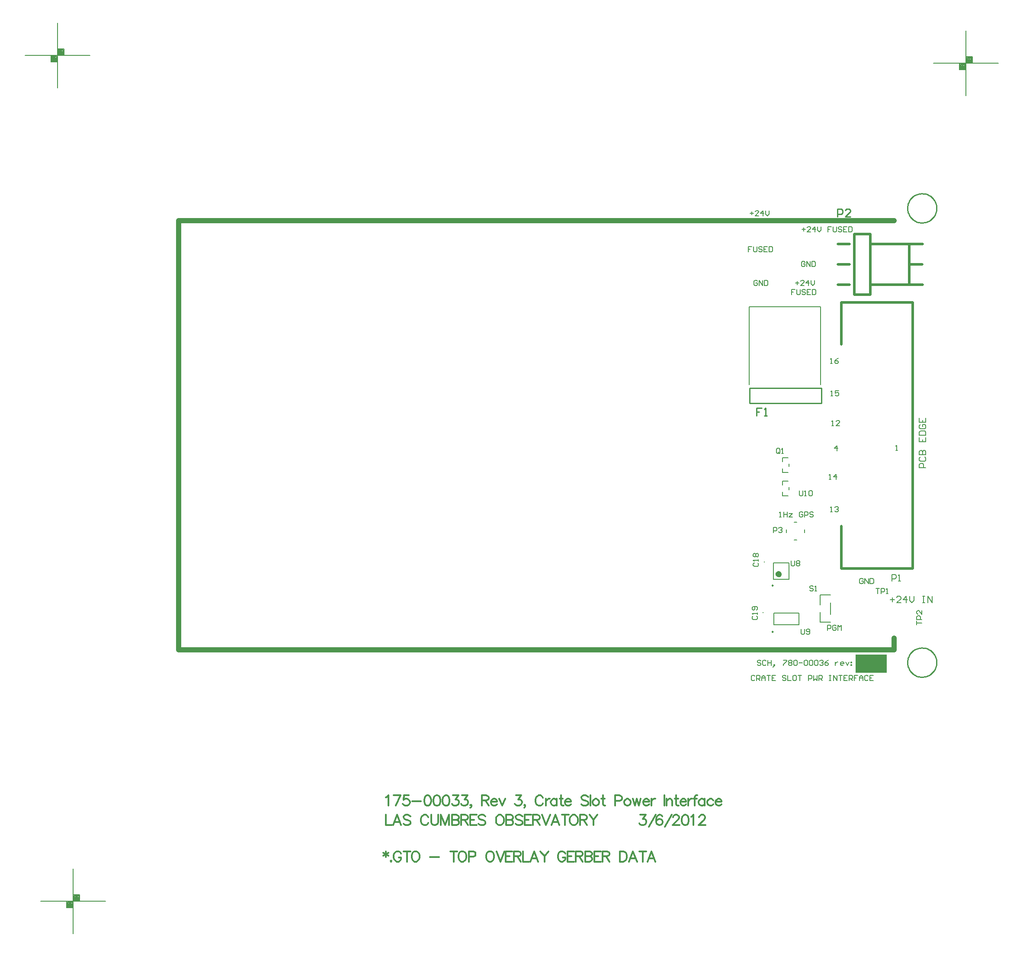
<source format=gto>
%FSLAX23Y23*%
%MOIN*%
G70*
G01*
G75*
G04 Layer_Color=65535*
%ADD10R,0.036X0.036*%
%ADD11R,0.050X0.050*%
%ADD12R,0.070X0.135*%
%ADD13R,0.059X0.039*%
%ADD14O,0.014X0.067*%
%ADD15R,0.135X0.070*%
%ADD16O,0.024X0.079*%
%ADD17C,0.010*%
%ADD18C,0.020*%
%ADD19C,0.050*%
%ADD20C,0.040*%
%ADD21C,0.012*%
%ADD22R,1.537X0.079*%
%ADD23R,0.221X0.226*%
%ADD24R,0.221X0.236*%
%ADD25C,0.008*%
%ADD26C,0.012*%
%ADD27C,0.012*%
%ADD28C,0.220*%
%ADD29C,0.120*%
%ADD30C,0.060*%
%ADD31R,0.120X0.120*%
%ADD32C,0.055*%
%ADD33C,0.080*%
%ADD34C,0.065*%
%ADD35C,0.059*%
%ADD36C,0.079*%
%ADD37C,0.157*%
%ADD38C,0.020*%
%ADD39C,0.030*%
%ADD40C,0.050*%
%ADD41C,0.024*%
%ADD42C,0.032*%
%ADD43C,0.206*%
%ADD44C,0.110*%
%ADD45C,0.076*%
%ADD46C,0.073*%
%ADD47C,0.092*%
%ADD48C,0.190*%
%ADD49C,0.087*%
%ADD50C,0.055*%
%ADD51C,0.068*%
%ADD52R,0.268X0.272*%
%ADD53R,0.037X0.075*%
%ADD54C,0.007*%
%ADD55R,0.221X0.246*%
%ADD56R,0.221X0.217*%
%ADD57C,0.010*%
%ADD58C,0.010*%
%ADD59C,0.024*%
%ADD60C,0.005*%
%ADD61C,0.039*%
%ADD62C,0.006*%
%ADD63C,0.007*%
%ADD64C,0.008*%
%ADD65R,0.239X0.139*%
D17*
X26274Y15538D02*
X26273Y15548D01*
X26272Y15558D01*
X26270Y15568D01*
X26267Y15577D01*
X26263Y15586D01*
X26258Y15595D01*
X26253Y15603D01*
X26247Y15611D01*
X26240Y15619D01*
X26233Y15625D01*
X26225Y15631D01*
X26216Y15636D01*
X26207Y15641D01*
X26198Y15644D01*
X26189Y15647D01*
X26179Y15649D01*
X26169Y15650D01*
X26159Y15651D01*
X26149Y15650D01*
X26139Y15648D01*
X26129Y15646D01*
X26120Y15643D01*
X26111Y15639D01*
X26102Y15634D01*
X26094Y15628D01*
X26086Y15622D01*
X26079Y15615D01*
X26073Y15607D01*
X26067Y15599D01*
X26062Y15591D01*
X26058Y15582D01*
X26054Y15572D01*
X26052Y15563D01*
X26050Y15553D01*
X26049Y15543D01*
Y15533D01*
X26050Y15523D01*
X26052Y15513D01*
X26054Y15504D01*
X26058Y15494D01*
X26062Y15485D01*
X26067Y15477D01*
X26073Y15469D01*
X26079Y15461D01*
X26086Y15454D01*
X26094Y15448D01*
X26102Y15442D01*
X26111Y15438D01*
X26120Y15433D01*
X26129Y15430D01*
X26139Y15428D01*
X26149Y15426D01*
X26159Y15426D01*
X26169Y15426D01*
X26179Y15427D01*
X26189Y15429D01*
X26198Y15432D01*
X26207Y15435D01*
X26216Y15440D01*
X26225Y15445D01*
X26233Y15451D01*
X26240Y15458D01*
X26247Y15465D01*
X26253Y15473D01*
X26258Y15481D01*
X26263Y15490D01*
X26267Y15499D01*
X26270Y15509D01*
X26272Y15518D01*
X26273Y15528D01*
X26274Y15538D01*
Y19038D02*
X26273Y19048D01*
X26272Y19058D01*
X26270Y19068D01*
X26267Y19077D01*
X26263Y19086D01*
X26258Y19095D01*
X26253Y19103D01*
X26247Y19111D01*
X26240Y19119D01*
X26233Y19125D01*
X26225Y19131D01*
X26216Y19136D01*
X26207Y19141D01*
X26198Y19144D01*
X26189Y19147D01*
X26179Y19149D01*
X26169Y19150D01*
X26159Y19151D01*
X26149Y19150D01*
X26139Y19148D01*
X26129Y19146D01*
X26120Y19143D01*
X26111Y19139D01*
X26102Y19134D01*
X26094Y19128D01*
X26086Y19122D01*
X26079Y19115D01*
X26073Y19107D01*
X26067Y19099D01*
X26062Y19091D01*
X26058Y19082D01*
X26054Y19072D01*
X26052Y19063D01*
X26050Y19053D01*
X26049Y19043D01*
Y19033D01*
X26050Y19023D01*
X26052Y19013D01*
X26054Y19004D01*
X26058Y18994D01*
X26062Y18985D01*
X26067Y18977D01*
X26073Y18969D01*
X26079Y18961D01*
X26086Y18954D01*
X26094Y18948D01*
X26102Y18942D01*
X26111Y18938D01*
X26120Y18933D01*
X26129Y18930D01*
X26139Y18928D01*
X26149Y18926D01*
X26159Y18926D01*
X26169Y18926D01*
X26179Y18927D01*
X26189Y18929D01*
X26198Y18932D01*
X26207Y18935D01*
X26216Y18940D01*
X26225Y18945D01*
X26233Y18951D01*
X26240Y18958D01*
X26247Y18965D01*
X26253Y18973D01*
X26258Y18981D01*
X26263Y18990D01*
X26267Y18999D01*
X26270Y19009D01*
X26272Y19018D01*
X26273Y19028D01*
X26274Y19038D01*
X24834Y17534D02*
X25109D01*
X24834D02*
Y17652D01*
X25385D01*
Y17534D02*
Y17652D01*
X25109Y17534D02*
X25385D01*
X25508Y18972D02*
Y19032D01*
X25538D01*
X25548Y19022D01*
Y19002D01*
X25538Y18992D01*
X25508D01*
X25608Y18972D02*
X25568D01*
X25608Y19012D01*
Y19022D01*
X25598Y19032D01*
X25578D01*
X25568Y19022D01*
X24926Y17499D02*
X24886D01*
Y17469D01*
X24906D01*
X24886D01*
Y17439D01*
X24946D02*
X24966D01*
X24956D01*
Y17499D01*
X24946Y17489D01*
D18*
X25639Y18371D02*
Y18839D01*
X25764D01*
Y18371D02*
Y18839D01*
X25639Y18371D02*
X25764D01*
X25765Y18449D02*
X26064D01*
X25639Y18839D02*
X25688D01*
X25639D02*
X25764D01*
X26064Y18449D02*
Y18760D01*
X26063Y18761D02*
X26064Y18760D01*
X25766Y18761D02*
X26063D01*
X25766D02*
X26166D01*
X26064Y18605D02*
X26163D01*
X25765Y18449D02*
X26165D01*
X25512Y18761D02*
X25604D01*
X25512Y18605D02*
X25604D01*
X25512Y18449D02*
X25604D01*
X26090Y17288D02*
Y18313D01*
X25540D02*
X26090D01*
Y16263D02*
Y17288D01*
X25540Y16263D02*
X26090D01*
X25540Y17988D02*
Y18313D01*
Y16263D02*
Y16588D01*
D21*
X22029Y14083D02*
Y14037D01*
X22010Y14072D02*
X22048Y14049D01*
Y14072D02*
X22010Y14049D01*
X22069Y14011D02*
X22065Y14007D01*
X22069Y14003D01*
X22072Y14007D01*
X22069Y14011D01*
X22147Y14064D02*
X22143Y14072D01*
X22136Y14079D01*
X22128Y14083D01*
X22113D01*
X22105Y14079D01*
X22098Y14072D01*
X22094Y14064D01*
X22090Y14053D01*
Y14034D01*
X22094Y14022D01*
X22098Y14015D01*
X22105Y14007D01*
X22113Y14003D01*
X22128D01*
X22136Y14007D01*
X22143Y14015D01*
X22147Y14022D01*
Y14034D01*
X22128D02*
X22147D01*
X22192Y14083D02*
Y14003D01*
X22165Y14083D02*
X22219D01*
X22251D02*
X22243Y14079D01*
X22236Y14072D01*
X22232Y14064D01*
X22228Y14053D01*
Y14034D01*
X22232Y14022D01*
X22236Y14015D01*
X22243Y14007D01*
X22251Y14003D01*
X22266D01*
X22274Y14007D01*
X22281Y14015D01*
X22285Y14022D01*
X22289Y14034D01*
Y14053D01*
X22285Y14064D01*
X22281Y14072D01*
X22274Y14079D01*
X22266Y14083D01*
X22251D01*
X22371Y14037D02*
X22439D01*
X22552Y14083D02*
Y14003D01*
X22526Y14083D02*
X22579D01*
X22611D02*
X22604Y14079D01*
X22596Y14072D01*
X22592Y14064D01*
X22588Y14053D01*
Y14034D01*
X22592Y14022D01*
X22596Y14015D01*
X22604Y14007D01*
X22611Y14003D01*
X22627D01*
X22634Y14007D01*
X22642Y14015D01*
X22646Y14022D01*
X22649Y14034D01*
Y14053D01*
X22646Y14064D01*
X22642Y14072D01*
X22634Y14079D01*
X22627Y14083D01*
X22611D01*
X22668Y14041D02*
X22702D01*
X22714Y14045D01*
X22718Y14049D01*
X22721Y14056D01*
Y14068D01*
X22718Y14075D01*
X22714Y14079D01*
X22702Y14083D01*
X22668D01*
Y14003D01*
X22825Y14083D02*
X22817Y14079D01*
X22810Y14072D01*
X22806Y14064D01*
X22802Y14053D01*
Y14034D01*
X22806Y14022D01*
X22810Y14015D01*
X22817Y14007D01*
X22825Y14003D01*
X22840D01*
X22848Y14007D01*
X22855Y14015D01*
X22859Y14022D01*
X22863Y14034D01*
Y14053D01*
X22859Y14064D01*
X22855Y14072D01*
X22848Y14079D01*
X22840Y14083D01*
X22825D01*
X22882D02*
X22912Y14003D01*
X22943Y14083D02*
X22912Y14003D01*
X23002Y14083D02*
X22953D01*
Y14003D01*
X23002D01*
X22953Y14045D02*
X22983D01*
X23016Y14083D02*
Y14003D01*
Y14083D02*
X23050D01*
X23062Y14079D01*
X23065Y14075D01*
X23069Y14068D01*
Y14060D01*
X23065Y14053D01*
X23062Y14049D01*
X23050Y14045D01*
X23016D01*
X23042D02*
X23069Y14003D01*
X23087Y14083D02*
Y14003D01*
X23133D01*
X23202D02*
X23172Y14083D01*
X23142Y14003D01*
X23153Y14030D02*
X23191D01*
X23221Y14083D02*
X23252Y14045D01*
Y14003D01*
X23282Y14083D02*
X23252Y14045D01*
X23412Y14064D02*
X23408Y14072D01*
X23401Y14079D01*
X23393Y14083D01*
X23378D01*
X23370Y14079D01*
X23363Y14072D01*
X23359Y14064D01*
X23355Y14053D01*
Y14034D01*
X23359Y14022D01*
X23363Y14015D01*
X23370Y14007D01*
X23378Y14003D01*
X23393D01*
X23401Y14007D01*
X23408Y14015D01*
X23412Y14022D01*
Y14034D01*
X23393D02*
X23412D01*
X23480Y14083D02*
X23431D01*
Y14003D01*
X23480D01*
X23431Y14045D02*
X23461D01*
X23493Y14083D02*
Y14003D01*
Y14083D02*
X23528D01*
X23539Y14079D01*
X23543Y14075D01*
X23547Y14068D01*
Y14060D01*
X23543Y14053D01*
X23539Y14049D01*
X23528Y14045D01*
X23493D01*
X23520D02*
X23547Y14003D01*
X23565Y14083D02*
Y14003D01*
Y14083D02*
X23599D01*
X23610Y14079D01*
X23614Y14075D01*
X23618Y14068D01*
Y14060D01*
X23614Y14053D01*
X23610Y14049D01*
X23599Y14045D01*
X23565D02*
X23599D01*
X23610Y14041D01*
X23614Y14037D01*
X23618Y14030D01*
Y14018D01*
X23614Y14011D01*
X23610Y14007D01*
X23599Y14003D01*
X23565D01*
X23685Y14083D02*
X23636D01*
Y14003D01*
X23685D01*
X23636Y14045D02*
X23666D01*
X23699Y14083D02*
Y14003D01*
Y14083D02*
X23733D01*
X23744Y14079D01*
X23748Y14075D01*
X23752Y14068D01*
Y14060D01*
X23748Y14053D01*
X23744Y14049D01*
X23733Y14045D01*
X23699D01*
X23725D02*
X23752Y14003D01*
X23833Y14083D02*
Y14003D01*
Y14083D02*
X23859D01*
X23871Y14079D01*
X23878Y14072D01*
X23882Y14064D01*
X23886Y14053D01*
Y14034D01*
X23882Y14022D01*
X23878Y14015D01*
X23871Y14007D01*
X23859Y14003D01*
X23833D01*
X23965D02*
X23934Y14083D01*
X23904Y14003D01*
X23915Y14030D02*
X23954D01*
X24010Y14083D02*
Y14003D01*
X23984Y14083D02*
X24037D01*
X24107Y14003D02*
X24077Y14083D01*
X24046Y14003D01*
X24058Y14030D02*
X24096D01*
D25*
X25929Y16166D02*
Y16216D01*
X25954D01*
X25962Y16207D01*
Y16191D01*
X25954Y16182D01*
X25929D01*
X25979Y16166D02*
X25996D01*
X25987D01*
Y16216D01*
X25979Y16207D01*
X25915Y16022D02*
X25949D01*
X25932Y16039D02*
Y16005D01*
X25999Y15997D02*
X25965D01*
X25999Y16030D01*
Y16039D01*
X25990Y16047D01*
X25974D01*
X25965Y16039D01*
X26040Y15997D02*
Y16047D01*
X26015Y16022D01*
X26049D01*
X26065Y16047D02*
Y16014D01*
X26082Y15997D01*
X26099Y16014D01*
Y16047D01*
X26165D02*
X26182D01*
X26174D01*
Y15997D01*
X26165D01*
X26182D01*
X26207D02*
Y16047D01*
X26240Y15997D01*
Y16047D01*
X26190Y17038D02*
X26140D01*
Y17063D01*
X26149Y17071D01*
X26165D01*
X26174Y17063D01*
Y17038D01*
X26149Y17121D02*
X26140Y17113D01*
Y17096D01*
X26149Y17088D01*
X26182D01*
X26190Y17096D01*
Y17113D01*
X26182Y17121D01*
X26140Y17138D02*
X26190D01*
Y17163D01*
X26182Y17171D01*
X26174D01*
X26165Y17163D01*
Y17138D01*
Y17163D01*
X26157Y17171D01*
X26149D01*
X26140Y17163D01*
Y17138D01*
Y17271D02*
Y17238D01*
X26190D01*
Y17271D01*
X26165Y17238D02*
Y17254D01*
X26140Y17288D02*
X26190D01*
Y17313D01*
X26182Y17321D01*
X26149D01*
X26140Y17313D01*
Y17288D01*
X26149Y17371D02*
X26140Y17363D01*
Y17346D01*
X26149Y17338D01*
X26182D01*
X26190Y17346D01*
Y17363D01*
X26182Y17371D01*
X26165D01*
Y17354D01*
X26140Y17421D02*
Y17388D01*
X26190D01*
Y17421D01*
X26165Y17388D02*
Y17404D01*
X19518Y20239D02*
X19528D01*
Y20234D02*
Y20244D01*
X19518Y20234D02*
X19528D01*
X19518D02*
Y20244D01*
X19528D01*
X19533Y20229D02*
Y20244D01*
X19513Y20229D02*
X19533D01*
X19513D02*
Y20249D01*
X19533D01*
X19538Y20224D02*
Y20249D01*
X19508Y20224D02*
X19538D01*
X19508D02*
Y20254D01*
X19538D01*
X19543Y20219D02*
Y20259D01*
X19503Y20219D02*
X19543D01*
X19503D02*
Y20259D01*
X19543D01*
X19468Y20189D02*
X19478D01*
Y20184D02*
Y20194D01*
X19468Y20184D02*
X19478D01*
X19468D02*
Y20194D01*
X19478D01*
X19483Y20179D02*
Y20194D01*
X19463Y20179D02*
X19483D01*
X19463D02*
Y20199D01*
X19483D01*
X19488Y20174D02*
Y20199D01*
X19458Y20174D02*
X19488D01*
X19458D02*
Y20204D01*
X19488D01*
X19493Y20169D02*
Y20209D01*
X19453Y20169D02*
X19493D01*
X19453D02*
Y20209D01*
X19493D01*
X19448Y20164D02*
X19498D01*
X19448D02*
Y20214D01*
X19498Y20264D02*
X19548D01*
Y20214D02*
Y20264D01*
X19498Y19964D02*
Y20464D01*
X19248Y20214D02*
X19748D01*
X19641Y13723D02*
X19651D01*
Y13718D02*
Y13728D01*
X19641Y13718D02*
X19651D01*
X19641D02*
Y13728D01*
X19651D01*
X19656Y13713D02*
Y13728D01*
X19636Y13713D02*
X19656D01*
X19636D02*
Y13733D01*
X19656D01*
X19661Y13708D02*
Y13733D01*
X19631Y13708D02*
X19661D01*
X19631D02*
Y13738D01*
X19661D01*
X19666Y13703D02*
Y13743D01*
X19626Y13703D02*
X19666D01*
X19626D02*
Y13743D01*
X19666D01*
X19591Y13673D02*
X19601D01*
Y13668D02*
Y13678D01*
X19591Y13668D02*
X19601D01*
X19591D02*
Y13678D01*
X19601D01*
X19606Y13663D02*
Y13678D01*
X19586Y13663D02*
X19606D01*
X19586D02*
Y13683D01*
X19606D01*
X19611Y13658D02*
Y13683D01*
X19581Y13658D02*
X19611D01*
X19581D02*
Y13688D01*
X19611D01*
X19616Y13653D02*
Y13693D01*
X19576Y13653D02*
X19616D01*
X19576D02*
Y13693D01*
X19616D01*
X19571Y13648D02*
X19621D01*
X19571D02*
Y13698D01*
X19621Y13748D02*
X19671D01*
Y13698D02*
Y13748D01*
X19621Y13448D02*
Y13948D01*
X19371Y13698D02*
X19871D01*
X26519Y20181D02*
X26529D01*
Y20176D02*
Y20186D01*
X26519Y20176D02*
X26529D01*
X26519D02*
Y20186D01*
X26529D01*
X26534Y20171D02*
Y20186D01*
X26514Y20171D02*
X26534D01*
X26514D02*
Y20191D01*
X26534D01*
X26539Y20166D02*
Y20191D01*
X26509Y20166D02*
X26539D01*
X26509D02*
Y20196D01*
X26539D01*
X26544Y20161D02*
Y20201D01*
X26504Y20161D02*
X26544D01*
X26504D02*
Y20201D01*
X26544D01*
X26469Y20131D02*
X26479D01*
Y20126D02*
Y20136D01*
X26469Y20126D02*
X26479D01*
X26469D02*
Y20136D01*
X26479D01*
X26484Y20121D02*
Y20136D01*
X26464Y20121D02*
X26484D01*
X26464D02*
Y20141D01*
X26484D01*
X26489Y20116D02*
Y20141D01*
X26459Y20116D02*
X26489D01*
X26459D02*
Y20146D01*
X26489D01*
X26494Y20111D02*
Y20151D01*
X26454Y20111D02*
X26494D01*
X26454D02*
Y20151D01*
X26494D01*
X26449Y20106D02*
X26499D01*
X26449D02*
Y20156D01*
X26499Y20206D02*
X26549D01*
Y20156D02*
Y20206D01*
X26499Y19906D02*
Y20406D01*
X26249Y20156D02*
X26749D01*
D26*
X22031Y14364D02*
Y14284D01*
X22077D01*
X22147D02*
X22116Y14364D01*
X22086Y14284D01*
X22097Y14310D02*
X22135D01*
X22219Y14352D02*
X22211Y14360D01*
X22200Y14364D01*
X22184D01*
X22173Y14360D01*
X22165Y14352D01*
Y14345D01*
X22169Y14337D01*
X22173Y14333D01*
X22181Y14329D01*
X22204Y14322D01*
X22211Y14318D01*
X22215Y14314D01*
X22219Y14307D01*
Y14295D01*
X22211Y14287D01*
X22200Y14284D01*
X22184D01*
X22173Y14287D01*
X22165Y14295D01*
X22357Y14345D02*
X22353Y14352D01*
X22345Y14360D01*
X22338Y14364D01*
X22322D01*
X22315Y14360D01*
X22307Y14352D01*
X22303Y14345D01*
X22299Y14333D01*
Y14314D01*
X22303Y14303D01*
X22307Y14295D01*
X22315Y14287D01*
X22322Y14284D01*
X22338D01*
X22345Y14287D01*
X22353Y14295D01*
X22357Y14303D01*
X22379Y14364D02*
Y14307D01*
X22383Y14295D01*
X22391Y14287D01*
X22402Y14284D01*
X22410D01*
X22421Y14287D01*
X22429Y14295D01*
X22432Y14307D01*
Y14364D01*
X22454D02*
Y14284D01*
Y14364D02*
X22485Y14284D01*
X22515Y14364D02*
X22485Y14284D01*
X22515Y14364D02*
Y14284D01*
X22538Y14364D02*
Y14284D01*
Y14364D02*
X22573D01*
X22584Y14360D01*
X22588Y14356D01*
X22592Y14348D01*
Y14341D01*
X22588Y14333D01*
X22584Y14329D01*
X22573Y14326D01*
X22538D02*
X22573D01*
X22584Y14322D01*
X22588Y14318D01*
X22592Y14310D01*
Y14299D01*
X22588Y14291D01*
X22584Y14287D01*
X22573Y14284D01*
X22538D01*
X22610Y14364D02*
Y14284D01*
Y14364D02*
X22644D01*
X22655Y14360D01*
X22659Y14356D01*
X22663Y14348D01*
Y14341D01*
X22659Y14333D01*
X22655Y14329D01*
X22644Y14326D01*
X22610D01*
X22636D02*
X22663Y14284D01*
X22730Y14364D02*
X22681D01*
Y14284D01*
X22730D01*
X22681Y14326D02*
X22711D01*
X22797Y14352D02*
X22789Y14360D01*
X22778Y14364D01*
X22763D01*
X22751Y14360D01*
X22744Y14352D01*
Y14345D01*
X22747Y14337D01*
X22751Y14333D01*
X22759Y14329D01*
X22782Y14322D01*
X22789Y14318D01*
X22793Y14314D01*
X22797Y14307D01*
Y14295D01*
X22789Y14287D01*
X22778Y14284D01*
X22763D01*
X22751Y14287D01*
X22744Y14295D01*
X22900Y14364D02*
X22893Y14360D01*
X22885Y14352D01*
X22881Y14345D01*
X22878Y14333D01*
Y14314D01*
X22881Y14303D01*
X22885Y14295D01*
X22893Y14287D01*
X22900Y14284D01*
X22916D01*
X22923Y14287D01*
X22931Y14295D01*
X22935Y14303D01*
X22939Y14314D01*
Y14333D01*
X22935Y14345D01*
X22931Y14352D01*
X22923Y14360D01*
X22916Y14364D01*
X22900D01*
X22957D02*
Y14284D01*
Y14364D02*
X22992D01*
X23003Y14360D01*
X23007Y14356D01*
X23011Y14348D01*
Y14341D01*
X23007Y14333D01*
X23003Y14329D01*
X22992Y14326D01*
X22957D02*
X22992D01*
X23003Y14322D01*
X23007Y14318D01*
X23011Y14310D01*
Y14299D01*
X23007Y14291D01*
X23003Y14287D01*
X22992Y14284D01*
X22957D01*
X23082Y14352D02*
X23074Y14360D01*
X23063Y14364D01*
X23048D01*
X23036Y14360D01*
X23028Y14352D01*
Y14345D01*
X23032Y14337D01*
X23036Y14333D01*
X23044Y14329D01*
X23067Y14322D01*
X23074Y14318D01*
X23078Y14314D01*
X23082Y14307D01*
Y14295D01*
X23074Y14287D01*
X23063Y14284D01*
X23048D01*
X23036Y14287D01*
X23028Y14295D01*
X23149Y14364D02*
X23100D01*
Y14284D01*
X23149D01*
X23100Y14326D02*
X23130D01*
X23163Y14364D02*
Y14284D01*
Y14364D02*
X23197D01*
X23208Y14360D01*
X23212Y14356D01*
X23216Y14348D01*
Y14341D01*
X23212Y14333D01*
X23208Y14329D01*
X23197Y14326D01*
X23163D01*
X23189D02*
X23216Y14284D01*
X23234Y14364D02*
X23264Y14284D01*
X23295Y14364D02*
X23264Y14284D01*
X23366D02*
X23335Y14364D01*
X23305Y14284D01*
X23316Y14310D02*
X23354D01*
X23411Y14364D02*
Y14284D01*
X23385Y14364D02*
X23438D01*
X23470D02*
X23463Y14360D01*
X23455Y14352D01*
X23451Y14345D01*
X23447Y14333D01*
Y14314D01*
X23451Y14303D01*
X23455Y14295D01*
X23463Y14287D01*
X23470Y14284D01*
X23486D01*
X23493Y14287D01*
X23501Y14295D01*
X23505Y14303D01*
X23508Y14314D01*
Y14333D01*
X23505Y14345D01*
X23501Y14352D01*
X23493Y14360D01*
X23486Y14364D01*
X23470D01*
X23527D02*
Y14284D01*
Y14364D02*
X23561D01*
X23573Y14360D01*
X23577Y14356D01*
X23580Y14348D01*
Y14341D01*
X23577Y14333D01*
X23573Y14329D01*
X23561Y14326D01*
X23527D01*
X23554D02*
X23580Y14284D01*
X23598Y14364D02*
X23629Y14326D01*
Y14284D01*
X23659Y14364D02*
X23629Y14326D01*
X23991Y14364D02*
X24033D01*
X24010Y14333D01*
X24022D01*
X24029Y14329D01*
X24033Y14326D01*
X24037Y14314D01*
Y14307D01*
X24033Y14295D01*
X24026Y14287D01*
X24014Y14284D01*
X24003D01*
X23991Y14287D01*
X23987Y14291D01*
X23984Y14299D01*
X24055Y14272D02*
X24108Y14364D01*
X24159Y14352D02*
X24155Y14360D01*
X24144Y14364D01*
X24136D01*
X24125Y14360D01*
X24117Y14348D01*
X24114Y14329D01*
Y14310D01*
X24117Y14295D01*
X24125Y14287D01*
X24136Y14284D01*
X24140D01*
X24152Y14287D01*
X24159Y14295D01*
X24163Y14307D01*
Y14310D01*
X24159Y14322D01*
X24152Y14329D01*
X24140Y14333D01*
X24136D01*
X24125Y14329D01*
X24117Y14322D01*
X24114Y14310D01*
X24181Y14272D02*
X24234Y14364D01*
X24243Y14345D02*
Y14348D01*
X24247Y14356D01*
X24251Y14360D01*
X24258Y14364D01*
X24274D01*
X24281Y14360D01*
X24285Y14356D01*
X24289Y14348D01*
Y14341D01*
X24285Y14333D01*
X24277Y14322D01*
X24239Y14284D01*
X24293D01*
X24333Y14364D02*
X24322Y14360D01*
X24314Y14348D01*
X24310Y14329D01*
Y14318D01*
X24314Y14299D01*
X24322Y14287D01*
X24333Y14284D01*
X24341D01*
X24352Y14287D01*
X24360Y14299D01*
X24364Y14318D01*
Y14329D01*
X24360Y14348D01*
X24352Y14360D01*
X24341Y14364D01*
X24333D01*
X24382Y14348D02*
X24389Y14352D01*
X24401Y14364D01*
Y14284D01*
X24444Y14345D02*
Y14348D01*
X24448Y14356D01*
X24452Y14360D01*
X24459Y14364D01*
X24475D01*
X24482Y14360D01*
X24486Y14356D01*
X24490Y14348D01*
Y14341D01*
X24486Y14333D01*
X24478Y14322D01*
X24440Y14284D01*
X24494D01*
D27*
X22031Y14498D02*
X22039Y14502D01*
X22050Y14514D01*
Y14434D01*
X22143Y14514D02*
X22105Y14434D01*
X22090Y14514D02*
X22143D01*
X22207D02*
X22169D01*
X22165Y14479D01*
X22169Y14483D01*
X22180Y14487D01*
X22192D01*
X22203Y14483D01*
X22211Y14476D01*
X22215Y14464D01*
Y14457D01*
X22211Y14445D01*
X22203Y14438D01*
X22192Y14434D01*
X22180D01*
X22169Y14438D01*
X22165Y14441D01*
X22161Y14449D01*
X22232Y14468D02*
X22301D01*
X22347Y14514D02*
X22336Y14510D01*
X22328Y14498D01*
X22325Y14479D01*
Y14468D01*
X22328Y14449D01*
X22336Y14438D01*
X22347Y14434D01*
X22355D01*
X22367Y14438D01*
X22374Y14449D01*
X22378Y14468D01*
Y14479D01*
X22374Y14498D01*
X22367Y14510D01*
X22355Y14514D01*
X22347D01*
X22419D02*
X22407Y14510D01*
X22400Y14498D01*
X22396Y14479D01*
Y14468D01*
X22400Y14449D01*
X22407Y14438D01*
X22419Y14434D01*
X22426D01*
X22438Y14438D01*
X22445Y14449D01*
X22449Y14468D01*
Y14479D01*
X22445Y14498D01*
X22438Y14510D01*
X22426Y14514D01*
X22419D01*
X22490D02*
X22478Y14510D01*
X22471Y14498D01*
X22467Y14479D01*
Y14468D01*
X22471Y14449D01*
X22478Y14438D01*
X22490Y14434D01*
X22498D01*
X22509Y14438D01*
X22517Y14449D01*
X22520Y14468D01*
Y14479D01*
X22517Y14498D01*
X22509Y14510D01*
X22498Y14514D01*
X22490D01*
X22546D02*
X22588D01*
X22565Y14483D01*
X22576D01*
X22584Y14479D01*
X22588Y14476D01*
X22592Y14464D01*
Y14457D01*
X22588Y14445D01*
X22580Y14438D01*
X22569Y14434D01*
X22557D01*
X22546Y14438D01*
X22542Y14441D01*
X22538Y14449D01*
X22617Y14514D02*
X22659D01*
X22636Y14483D01*
X22648D01*
X22655Y14479D01*
X22659Y14476D01*
X22663Y14464D01*
Y14457D01*
X22659Y14445D01*
X22651Y14438D01*
X22640Y14434D01*
X22629D01*
X22617Y14438D01*
X22613Y14441D01*
X22610Y14449D01*
X22688Y14438D02*
X22685Y14434D01*
X22681Y14438D01*
X22685Y14441D01*
X22688Y14438D01*
Y14430D01*
X22685Y14422D01*
X22681Y14418D01*
X22769Y14514D02*
Y14434D01*
Y14514D02*
X22803D01*
X22814Y14510D01*
X22818Y14506D01*
X22822Y14498D01*
Y14491D01*
X22818Y14483D01*
X22814Y14479D01*
X22803Y14476D01*
X22769D01*
X22795D02*
X22822Y14434D01*
X22840Y14464D02*
X22886D01*
Y14472D01*
X22882Y14479D01*
X22878Y14483D01*
X22870Y14487D01*
X22859D01*
X22851Y14483D01*
X22844Y14476D01*
X22840Y14464D01*
Y14457D01*
X22844Y14445D01*
X22851Y14438D01*
X22859Y14434D01*
X22870D01*
X22878Y14438D01*
X22886Y14445D01*
X22903Y14487D02*
X22926Y14434D01*
X22948Y14487D02*
X22926Y14434D01*
X23032Y14514D02*
X23074D01*
X23051Y14483D01*
X23062D01*
X23070Y14479D01*
X23074Y14476D01*
X23078Y14464D01*
Y14457D01*
X23074Y14445D01*
X23066Y14438D01*
X23055Y14434D01*
X23043D01*
X23032Y14438D01*
X23028Y14441D01*
X23024Y14449D01*
X23103Y14438D02*
X23099Y14434D01*
X23095Y14438D01*
X23099Y14441D01*
X23103Y14438D01*
Y14430D01*
X23099Y14422D01*
X23095Y14418D01*
X23241Y14495D02*
X23237Y14502D01*
X23229Y14510D01*
X23222Y14514D01*
X23206D01*
X23199Y14510D01*
X23191Y14502D01*
X23187Y14495D01*
X23183Y14483D01*
Y14464D01*
X23187Y14453D01*
X23191Y14445D01*
X23199Y14438D01*
X23206Y14434D01*
X23222D01*
X23229Y14438D01*
X23237Y14445D01*
X23241Y14453D01*
X23263Y14487D02*
Y14434D01*
Y14464D02*
X23267Y14476D01*
X23275Y14483D01*
X23282Y14487D01*
X23294D01*
X23346D02*
Y14434D01*
Y14476D02*
X23339Y14483D01*
X23331Y14487D01*
X23320D01*
X23312Y14483D01*
X23305Y14476D01*
X23301Y14464D01*
Y14457D01*
X23305Y14445D01*
X23312Y14438D01*
X23320Y14434D01*
X23331D01*
X23339Y14438D01*
X23346Y14445D01*
X23379Y14514D02*
Y14449D01*
X23383Y14438D01*
X23391Y14434D01*
X23398D01*
X23368Y14487D02*
X23394D01*
X23410Y14464D02*
X23455D01*
Y14472D01*
X23452Y14479D01*
X23448Y14483D01*
X23440Y14487D01*
X23429D01*
X23421Y14483D01*
X23414Y14476D01*
X23410Y14464D01*
Y14457D01*
X23414Y14445D01*
X23421Y14438D01*
X23429Y14434D01*
X23440D01*
X23448Y14438D01*
X23455Y14445D01*
X23589Y14502D02*
X23581Y14510D01*
X23570Y14514D01*
X23554D01*
X23543Y14510D01*
X23535Y14502D01*
Y14495D01*
X23539Y14487D01*
X23543Y14483D01*
X23551Y14479D01*
X23573Y14472D01*
X23581Y14468D01*
X23585Y14464D01*
X23589Y14457D01*
Y14445D01*
X23581Y14438D01*
X23570Y14434D01*
X23554D01*
X23543Y14438D01*
X23535Y14445D01*
X23607Y14514D02*
Y14434D01*
X23642Y14487D02*
X23635Y14483D01*
X23627Y14476D01*
X23623Y14464D01*
Y14457D01*
X23627Y14445D01*
X23635Y14438D01*
X23642Y14434D01*
X23654D01*
X23661Y14438D01*
X23669Y14445D01*
X23673Y14457D01*
Y14464D01*
X23669Y14476D01*
X23661Y14483D01*
X23654Y14487D01*
X23642D01*
X23702Y14514D02*
Y14449D01*
X23706Y14438D01*
X23713Y14434D01*
X23721D01*
X23690Y14487D02*
X23717D01*
X23795Y14472D02*
X23829D01*
X23841Y14476D01*
X23845Y14479D01*
X23848Y14487D01*
Y14498D01*
X23845Y14506D01*
X23841Y14510D01*
X23829Y14514D01*
X23795D01*
Y14434D01*
X23885Y14487D02*
X23878Y14483D01*
X23870Y14476D01*
X23866Y14464D01*
Y14457D01*
X23870Y14445D01*
X23878Y14438D01*
X23885Y14434D01*
X23897D01*
X23904Y14438D01*
X23912Y14445D01*
X23916Y14457D01*
Y14464D01*
X23912Y14476D01*
X23904Y14483D01*
X23897Y14487D01*
X23885D01*
X23933D02*
X23949Y14434D01*
X23964Y14487D02*
X23949Y14434D01*
X23964Y14487D02*
X23979Y14434D01*
X23994Y14487D02*
X23979Y14434D01*
X24013Y14464D02*
X24059D01*
Y14472D01*
X24055Y14479D01*
X24051Y14483D01*
X24043Y14487D01*
X24032D01*
X24024Y14483D01*
X24017Y14476D01*
X24013Y14464D01*
Y14457D01*
X24017Y14445D01*
X24024Y14438D01*
X24032Y14434D01*
X24043D01*
X24051Y14438D01*
X24059Y14445D01*
X24076Y14487D02*
Y14434D01*
Y14464D02*
X24080Y14476D01*
X24087Y14483D01*
X24095Y14487D01*
X24106D01*
X24176Y14514D02*
Y14434D01*
X24193Y14487D02*
Y14434D01*
Y14472D02*
X24205Y14483D01*
X24212Y14487D01*
X24224D01*
X24231Y14483D01*
X24235Y14472D01*
Y14434D01*
X24267Y14514D02*
Y14449D01*
X24271Y14438D01*
X24279Y14434D01*
X24286D01*
X24256Y14487D02*
X24283D01*
X24298Y14464D02*
X24344D01*
Y14472D01*
X24340Y14479D01*
X24336Y14483D01*
X24328Y14487D01*
X24317D01*
X24309Y14483D01*
X24302Y14476D01*
X24298Y14464D01*
Y14457D01*
X24302Y14445D01*
X24309Y14438D01*
X24317Y14434D01*
X24328D01*
X24336Y14438D01*
X24344Y14445D01*
X24361Y14487D02*
Y14434D01*
Y14464D02*
X24365Y14476D01*
X24372Y14483D01*
X24380Y14487D01*
X24391D01*
X24429Y14514D02*
X24421D01*
X24414Y14510D01*
X24410Y14498D01*
Y14434D01*
X24398Y14487D02*
X24425D01*
X24486D02*
Y14434D01*
Y14476D02*
X24478Y14483D01*
X24471Y14487D01*
X24459D01*
X24452Y14483D01*
X24444Y14476D01*
X24440Y14464D01*
Y14457D01*
X24444Y14445D01*
X24452Y14438D01*
X24459Y14434D01*
X24471D01*
X24478Y14438D01*
X24486Y14445D01*
X24553Y14476D02*
X24545Y14483D01*
X24538Y14487D01*
X24526D01*
X24519Y14483D01*
X24511Y14476D01*
X24507Y14464D01*
Y14457D01*
X24511Y14445D01*
X24519Y14438D01*
X24526Y14434D01*
X24538D01*
X24545Y14438D01*
X24553Y14445D01*
X24570Y14464D02*
X24616D01*
Y14472D01*
X24612Y14479D01*
X24608Y14483D01*
X24601Y14487D01*
X24589D01*
X24582Y14483D01*
X24574Y14476D01*
X24570Y14464D01*
Y14457D01*
X24574Y14445D01*
X24582Y14438D01*
X24589Y14434D01*
X24601D01*
X24608Y14438D01*
X24616Y14445D01*
D54*
X25016Y16540D02*
Y16580D01*
X25036D01*
X25043Y16573D01*
Y16560D01*
X25036Y16553D01*
X25016D01*
X25056Y16573D02*
X25063Y16580D01*
X25076D01*
X25083Y16573D01*
Y16566D01*
X25076Y16560D01*
X25070D01*
X25076D01*
X25083Y16553D01*
Y16546D01*
X25076Y16540D01*
X25063D01*
X25056Y16546D01*
X26121Y15830D02*
Y15857D01*
Y15843D01*
X26161D01*
Y15870D02*
X26121D01*
Y15890D01*
X26128Y15897D01*
X26141D01*
X26148Y15890D01*
Y15870D01*
X26161Y15937D02*
Y15910D01*
X26135Y15937D01*
X26128D01*
X26121Y15930D01*
Y15917D01*
X26128Y15910D01*
X24868Y16305D02*
X24861Y16298D01*
Y16285D01*
X24868Y16278D01*
X24895D01*
X24901Y16285D01*
Y16298D01*
X24895Y16305D01*
X24901Y16318D02*
Y16331D01*
Y16325D01*
X24861D01*
X24868Y16318D01*
Y16351D02*
X24861Y16358D01*
Y16371D01*
X24868Y16378D01*
X24875D01*
X24881Y16371D01*
X24888Y16378D01*
X24895D01*
X24901Y16371D01*
Y16358D01*
X24895Y16351D01*
X24888D01*
X24881Y16358D01*
X24875Y16351D01*
X24868D01*
X24881Y16358D02*
Y16371D01*
X24860Y15895D02*
X24853Y15888D01*
Y15875D01*
X24860Y15868D01*
X24886D01*
X24893Y15875D01*
Y15888D01*
X24886Y15895D01*
X24893Y15908D02*
Y15922D01*
Y15915D01*
X24853D01*
X24860Y15908D01*
X24886Y15942D02*
X24893Y15948D01*
Y15962D01*
X24886Y15968D01*
X24860D01*
X24853Y15962D01*
Y15948D01*
X24860Y15942D01*
X24866D01*
X24873Y15948D01*
Y15968D01*
X25066Y17154D02*
Y17180D01*
X25059Y17187D01*
X25046D01*
X25039Y17180D01*
Y17154D01*
X25046Y17147D01*
X25059D01*
X25052Y17160D02*
X25066Y17147D01*
X25059D02*
X25066Y17154D01*
X25079Y17147D02*
X25092D01*
X25086D01*
Y17187D01*
X25079Y17180D01*
X25324Y16121D02*
X25317Y16127D01*
X25304D01*
X25297Y16121D01*
Y16114D01*
X25304Y16107D01*
X25317D01*
X25324Y16101D01*
Y16094D01*
X25317Y16087D01*
X25304D01*
X25297Y16094D01*
X25337Y16087D02*
X25350D01*
X25344D01*
Y16127D01*
X25337Y16121D01*
X25154Y16321D02*
Y16288D01*
X25161Y16281D01*
X25174D01*
X25181Y16288D01*
Y16321D01*
X25194Y16315D02*
X25201Y16321D01*
X25214D01*
X25221Y16315D01*
Y16308D01*
X25214Y16301D01*
X25221Y16295D01*
Y16288D01*
X25214Y16281D01*
X25201D01*
X25194Y16288D01*
Y16295D01*
X25201Y16301D01*
X25194Y16308D01*
Y16315D01*
X25201Y16301D02*
X25214D01*
X25216Y16862D02*
Y16828D01*
X25223Y16822D01*
X25236D01*
X25243Y16828D01*
Y16862D01*
X25256Y16822D02*
X25270D01*
X25263D01*
Y16862D01*
X25256Y16855D01*
X25290D02*
X25296Y16862D01*
X25310D01*
X25316Y16855D01*
Y16828D01*
X25310Y16822D01*
X25296D01*
X25290Y16828D01*
Y16855D01*
X25229Y15796D02*
Y15763D01*
X25236Y15756D01*
X25249D01*
X25256Y15763D01*
Y15796D01*
X25269Y15763D02*
X25276Y15756D01*
X25289D01*
X25296Y15763D01*
Y15790D01*
X25289Y15796D01*
X25276D01*
X25269Y15790D01*
Y15783D01*
X25276Y15776D01*
X25296D01*
X25806Y16110D02*
X25833D01*
X25820D01*
Y16070D01*
X25846D02*
Y16110D01*
X25866D01*
X25873Y16103D01*
Y16090D01*
X25866Y16083D01*
X25846D01*
X25886Y16070D02*
X25900D01*
X25893D01*
Y16110D01*
X25886Y16103D01*
X25432Y15786D02*
Y15826D01*
X25452D01*
X25459Y15820D01*
Y15806D01*
X25452Y15800D01*
X25432D01*
X25499Y15820D02*
X25492Y15826D01*
X25479D01*
X25472Y15820D01*
Y15793D01*
X25479Y15786D01*
X25492D01*
X25499Y15793D01*
Y15806D01*
X25485D01*
X25512Y15786D02*
Y15826D01*
X25525Y15813D01*
X25538Y15826D01*
Y15786D01*
X25063Y16658D02*
X25077D01*
X25070D01*
Y16698D01*
X25063Y16691D01*
X25097Y16698D02*
Y16658D01*
Y16678D01*
X25123D01*
Y16698D01*
Y16658D01*
X25137Y16684D02*
X25163D01*
X25137Y16658D01*
X25163D01*
X25243Y16691D02*
X25237Y16698D01*
X25223D01*
X25217Y16691D01*
Y16664D01*
X25223Y16658D01*
X25237D01*
X25243Y16664D01*
Y16678D01*
X25230D01*
X25257Y16658D02*
Y16698D01*
X25277D01*
X25283Y16691D01*
Y16678D01*
X25277Y16671D01*
X25257D01*
X25323Y16691D02*
X25317Y16698D01*
X25303D01*
X25297Y16691D01*
Y16684D01*
X25303Y16678D01*
X25317D01*
X25323Y16671D01*
Y16664D01*
X25317Y16658D01*
X25303D01*
X25297Y16664D01*
X24921Y15549D02*
X24914Y15556D01*
X24901D01*
X24894Y15549D01*
Y15543D01*
X24901Y15536D01*
X24914D01*
X24921Y15529D01*
Y15523D01*
X24914Y15516D01*
X24901D01*
X24894Y15523D01*
X24961Y15549D02*
X24954Y15556D01*
X24941D01*
X24934Y15549D01*
Y15523D01*
X24941Y15516D01*
X24954D01*
X24961Y15523D01*
X24974Y15556D02*
Y15516D01*
Y15536D01*
X25001D01*
Y15556D01*
Y15516D01*
X25021Y15509D02*
X25027Y15516D01*
Y15523D01*
X25021D01*
Y15516D01*
X25027D01*
X25021Y15509D01*
X25014Y15503D01*
X25094Y15556D02*
X25120D01*
Y15549D01*
X25094Y15523D01*
Y15516D01*
X25134Y15549D02*
X25140Y15556D01*
X25154D01*
X25160Y15549D01*
Y15543D01*
X25154Y15536D01*
X25160Y15529D01*
Y15523D01*
X25154Y15516D01*
X25140D01*
X25134Y15523D01*
Y15529D01*
X25140Y15536D01*
X25134Y15543D01*
Y15549D01*
X25140Y15536D02*
X25154D01*
X25174Y15549D02*
X25180Y15556D01*
X25194D01*
X25200Y15549D01*
Y15523D01*
X25194Y15516D01*
X25180D01*
X25174Y15523D01*
Y15549D01*
X25214Y15536D02*
X25240D01*
X25254Y15549D02*
X25260Y15556D01*
X25274D01*
X25280Y15549D01*
Y15523D01*
X25274Y15516D01*
X25260D01*
X25254Y15523D01*
Y15549D01*
X25294D02*
X25300Y15556D01*
X25314D01*
X25320Y15549D01*
Y15523D01*
X25314Y15516D01*
X25300D01*
X25294Y15523D01*
Y15549D01*
X25334D02*
X25340Y15556D01*
X25354D01*
X25360Y15549D01*
Y15523D01*
X25354Y15516D01*
X25340D01*
X25334Y15523D01*
Y15549D01*
X25374D02*
X25380Y15556D01*
X25394D01*
X25400Y15549D01*
Y15543D01*
X25394Y15536D01*
X25387D01*
X25394D01*
X25400Y15529D01*
Y15523D01*
X25394Y15516D01*
X25380D01*
X25374Y15523D01*
X25440Y15556D02*
X25427Y15549D01*
X25414Y15536D01*
Y15523D01*
X25420Y15516D01*
X25434D01*
X25440Y15523D01*
Y15529D01*
X25434Y15536D01*
X25414D01*
X25494Y15543D02*
Y15516D01*
Y15529D01*
X25500Y15536D01*
X25507Y15543D01*
X25514D01*
X25554Y15516D02*
X25540D01*
X25534Y15523D01*
Y15536D01*
X25540Y15543D01*
X25554D01*
X25560Y15536D01*
Y15529D01*
X25534D01*
X25574Y15543D02*
X25587Y15516D01*
X25600Y15543D01*
X25614D02*
X25620D01*
Y15536D01*
X25614D01*
Y15543D01*
Y15523D02*
X25620D01*
Y15516D01*
X25614D01*
Y15523D01*
X24873Y15431D02*
X24866Y15438D01*
X24853D01*
X24846Y15431D01*
Y15405D01*
X24853Y15398D01*
X24866D01*
X24873Y15405D01*
X24886Y15398D02*
Y15438D01*
X24906D01*
X24913Y15431D01*
Y15418D01*
X24906Y15411D01*
X24886D01*
X24899D02*
X24913Y15398D01*
X24926D02*
Y15425D01*
X24939Y15438D01*
X24953Y15425D01*
Y15398D01*
Y15418D01*
X24926D01*
X24966Y15438D02*
X24993D01*
X24979D01*
Y15398D01*
X25033Y15438D02*
X25006D01*
Y15398D01*
X25033D01*
X25006Y15418D02*
X25019D01*
X25113Y15431D02*
X25106Y15438D01*
X25093D01*
X25086Y15431D01*
Y15425D01*
X25093Y15418D01*
X25106D01*
X25113Y15411D01*
Y15405D01*
X25106Y15398D01*
X25093D01*
X25086Y15405D01*
X25126Y15438D02*
Y15398D01*
X25153D01*
X25186Y15438D02*
X25173D01*
X25166Y15431D01*
Y15405D01*
X25173Y15398D01*
X25186D01*
X25193Y15405D01*
Y15431D01*
X25186Y15438D01*
X25206D02*
X25233D01*
X25219D01*
Y15398D01*
X25286D02*
Y15438D01*
X25306D01*
X25312Y15431D01*
Y15418D01*
X25306Y15411D01*
X25286D01*
X25326Y15438D02*
Y15398D01*
X25339Y15411D01*
X25352Y15398D01*
Y15438D01*
X25366Y15398D02*
Y15438D01*
X25386D01*
X25392Y15431D01*
Y15418D01*
X25386Y15411D01*
X25366D01*
X25379D02*
X25392Y15398D01*
X25446Y15438D02*
X25459D01*
X25452D01*
Y15398D01*
X25446D01*
X25459D01*
X25479D02*
Y15438D01*
X25506Y15398D01*
Y15438D01*
X25519D02*
X25546D01*
X25532D01*
Y15398D01*
X25586Y15438D02*
X25559D01*
Y15398D01*
X25586D01*
X25559Y15418D02*
X25572D01*
X25599Y15398D02*
Y15438D01*
X25619D01*
X25626Y15431D01*
Y15418D01*
X25619Y15411D01*
X25599D01*
X25612D02*
X25626Y15398D01*
X25666Y15438D02*
X25639D01*
Y15418D01*
X25652D01*
X25639D01*
Y15398D01*
X25679D02*
Y15425D01*
X25692Y15438D01*
X25706Y15425D01*
Y15398D01*
Y15418D01*
X25679D01*
X25746Y15431D02*
X25739Y15438D01*
X25726D01*
X25719Y15431D01*
Y15405D01*
X25726Y15398D01*
X25739D01*
X25746Y15405D01*
X25786Y15438D02*
X25759D01*
Y15398D01*
X25786D01*
X25759Y15418D02*
X25772D01*
X25708Y16179D02*
X25701Y16186D01*
X25688D01*
X25681Y16179D01*
Y16153D01*
X25688Y16146D01*
X25701D01*
X25708Y16153D01*
Y16166D01*
X25695D01*
X25721Y16146D02*
Y16186D01*
X25748Y16146D01*
Y16186D01*
X25761D02*
Y16146D01*
X25781D01*
X25788Y16153D01*
Y16179D01*
X25781Y16186D01*
X25761D01*
X25260Y18620D02*
X25253Y18627D01*
X25240D01*
X25233Y18620D01*
Y18594D01*
X25240Y18587D01*
X25253D01*
X25260Y18594D01*
Y18607D01*
X25247D01*
X25273Y18587D02*
Y18627D01*
X25300Y18587D01*
Y18627D01*
X25313D02*
Y18587D01*
X25333D01*
X25340Y18594D01*
Y18620D01*
X25333Y18627D01*
X25313D01*
X25185Y18463D02*
X25212D01*
X25199Y18476D02*
Y18450D01*
X25252Y18443D02*
X25225D01*
X25252Y18470D01*
Y18476D01*
X25245Y18483D01*
X25232D01*
X25225Y18476D01*
X25285Y18443D02*
Y18483D01*
X25265Y18463D01*
X25292D01*
X25305Y18483D02*
Y18456D01*
X25319Y18443D01*
X25332Y18456D01*
Y18483D01*
X25236Y18875D02*
X25263D01*
X25249Y18889D02*
Y18862D01*
X25303Y18855D02*
X25276D01*
X25303Y18882D01*
Y18889D01*
X25296Y18895D01*
X25283D01*
X25276Y18889D01*
X25336Y18855D02*
Y18895D01*
X25316Y18875D01*
X25343D01*
X25356Y18895D02*
Y18869D01*
X25369Y18855D01*
X25383Y18869D01*
Y18895D01*
X25463D02*
X25436D01*
Y18875D01*
X25449D01*
X25436D01*
Y18855D01*
X25476Y18895D02*
Y18862D01*
X25483Y18855D01*
X25496D01*
X25503Y18862D01*
Y18895D01*
X25543Y18889D02*
X25536Y18895D01*
X25523D01*
X25516Y18889D01*
Y18882D01*
X25523Y18875D01*
X25536D01*
X25543Y18869D01*
Y18862D01*
X25536Y18855D01*
X25523D01*
X25516Y18862D01*
X25583Y18895D02*
X25556D01*
Y18855D01*
X25583D01*
X25556Y18875D02*
X25569D01*
X25596Y18895D02*
Y18855D01*
X25616D01*
X25623Y18862D01*
Y18889D01*
X25616Y18895D01*
X25596D01*
X24892Y18476D02*
X24885Y18483D01*
X24872D01*
X24865Y18476D01*
Y18450D01*
X24872Y18443D01*
X24885D01*
X24892Y18450D01*
Y18463D01*
X24879D01*
X24905Y18443D02*
Y18483D01*
X24932Y18443D01*
Y18483D01*
X24945D02*
Y18443D01*
X24965D01*
X24972Y18450D01*
Y18476D01*
X24965Y18483D01*
X24945D01*
X24835Y19000D02*
X24862D01*
X24849Y19013D02*
Y18987D01*
X24902Y18980D02*
X24875D01*
X24902Y19007D01*
Y19013D01*
X24895Y19020D01*
X24882D01*
X24875Y19013D01*
X24935Y18980D02*
Y19020D01*
X24915Y19000D01*
X24942D01*
X24955Y19020D02*
Y18993D01*
X24969Y18980D01*
X24982Y18993D01*
Y19020D01*
X25460Y17593D02*
X25474D01*
X25467D01*
Y17633D01*
X25460Y17626D01*
X25520Y17633D02*
X25494D01*
Y17613D01*
X25507Y17619D01*
X25514D01*
X25520Y17613D01*
Y17599D01*
X25514Y17593D01*
X25500D01*
X25494Y17599D01*
X25445Y16948D02*
X25459D01*
X25452D01*
Y16988D01*
X25445Y16981D01*
X25499Y16948D02*
Y16988D01*
X25479Y16968D01*
X25505D01*
X25465Y17363D02*
X25479D01*
X25472D01*
Y17403D01*
X25465Y17396D01*
X25525Y17363D02*
X25499D01*
X25525Y17389D01*
Y17396D01*
X25519Y17403D01*
X25505D01*
X25499Y17396D01*
X25505Y17168D02*
Y17208D01*
X25485Y17188D01*
X25512D01*
X25455Y17843D02*
X25469D01*
X25462D01*
Y17883D01*
X25455Y17876D01*
X25515Y17883D02*
X25502Y17876D01*
X25489Y17863D01*
Y17849D01*
X25495Y17843D01*
X25509D01*
X25515Y17849D01*
Y17856D01*
X25509Y17863D01*
X25489D01*
X25455Y16698D02*
X25469D01*
X25462D01*
Y16738D01*
X25455Y16731D01*
X25489D02*
X25495Y16738D01*
X25509D01*
X25515Y16731D01*
Y16724D01*
X25509Y16718D01*
X25502D01*
X25509D01*
X25515Y16711D01*
Y16704D01*
X25509Y16698D01*
X25495D01*
X25489Y16704D01*
X25960Y17173D02*
X25974D01*
X25967D01*
Y17213D01*
X25960Y17206D01*
X25183Y18412D02*
X25156D01*
Y18392D01*
X25169D01*
X25156D01*
Y18372D01*
X25196Y18412D02*
Y18379D01*
X25203Y18372D01*
X25216D01*
X25223Y18379D01*
Y18412D01*
X25263Y18406D02*
X25256Y18412D01*
X25243D01*
X25236Y18406D01*
Y18399D01*
X25243Y18392D01*
X25256D01*
X25263Y18386D01*
Y18379D01*
X25256Y18372D01*
X25243D01*
X25236Y18379D01*
X25303Y18412D02*
X25276D01*
Y18372D01*
X25303D01*
X25276Y18392D02*
X25289D01*
X25316Y18412D02*
Y18372D01*
X25336D01*
X25343Y18379D01*
Y18406D01*
X25336Y18412D01*
X25316D01*
X24850Y18741D02*
X24823D01*
Y18721D01*
X24836D01*
X24823D01*
Y18701D01*
X24863Y18741D02*
Y18708D01*
X24870Y18701D01*
X24883D01*
X24890Y18708D01*
Y18741D01*
X24930Y18735D02*
X24923Y18741D01*
X24910D01*
X24903Y18735D01*
Y18728D01*
X24910Y18721D01*
X24923D01*
X24930Y18715D01*
Y18708D01*
X24923Y18701D01*
X24910D01*
X24903Y18708D01*
X24970Y18741D02*
X24943D01*
Y18701D01*
X24970D01*
X24943Y18721D02*
X24956D01*
X24983Y18741D02*
Y18701D01*
X25003D01*
X25010Y18708D01*
Y18735D01*
X25003Y18741D01*
X24983D01*
D57*
X24947Y16313D02*
D03*
X24937Y15923D02*
D03*
D58*
X25014Y16131D02*
X25007Y16135D01*
Y16127D01*
X25014Y16131D01*
X25012Y15775D02*
X25005Y15779D01*
Y15771D01*
X25012Y15775D01*
D59*
X25066Y16220D02*
X25062Y16229D01*
X25052Y16231D01*
X25044Y16225D01*
Y16215D01*
X25052Y16208D01*
X25062Y16210D01*
X25066Y16220D01*
D60*
X25380Y17678D02*
Y18279D01*
X24829D02*
X25380D01*
X24829Y17678D02*
Y18279D01*
D61*
X25945Y15634D02*
Y15726D01*
X20433Y15634D02*
X25945D01*
X20433D02*
Y18941D01*
X25531D02*
X25945D01*
X20433D02*
X25531D01*
D62*
X25135Y17048D02*
Y17070D01*
X25085Y17002D02*
Y17033D01*
Y17085D02*
Y17116D01*
Y17002D02*
X25128D01*
X25085Y17116D02*
X25128D01*
X25135Y16868D02*
Y16890D01*
X25085Y16822D02*
Y16853D01*
Y16905D02*
Y16936D01*
Y16822D02*
X25128D01*
X25085Y16936D02*
X25128D01*
D63*
X25377Y15847D02*
Y15926D01*
Y15847D02*
X25455D01*
Y15910D02*
Y15997D01*
X25377Y16059D02*
X25455D01*
X25377Y15981D02*
Y16059D01*
D64*
X25255Y16540D02*
Y16561D01*
X25117Y16540D02*
Y16561D01*
X25175Y16619D02*
X25197D01*
X25175Y16481D02*
X25197D01*
X25015Y16180D02*
X25137D01*
X25015Y16306D02*
X25137D01*
X25015Y16180D02*
Y16306D01*
X25137Y16180D02*
Y16306D01*
X25018Y15830D02*
X25214D01*
X25018Y15917D02*
X25214D01*
X25018Y15830D02*
Y15917D01*
X25214Y15830D02*
Y15917D01*
D65*
X25770Y15527D02*
D03*
M02*

</source>
